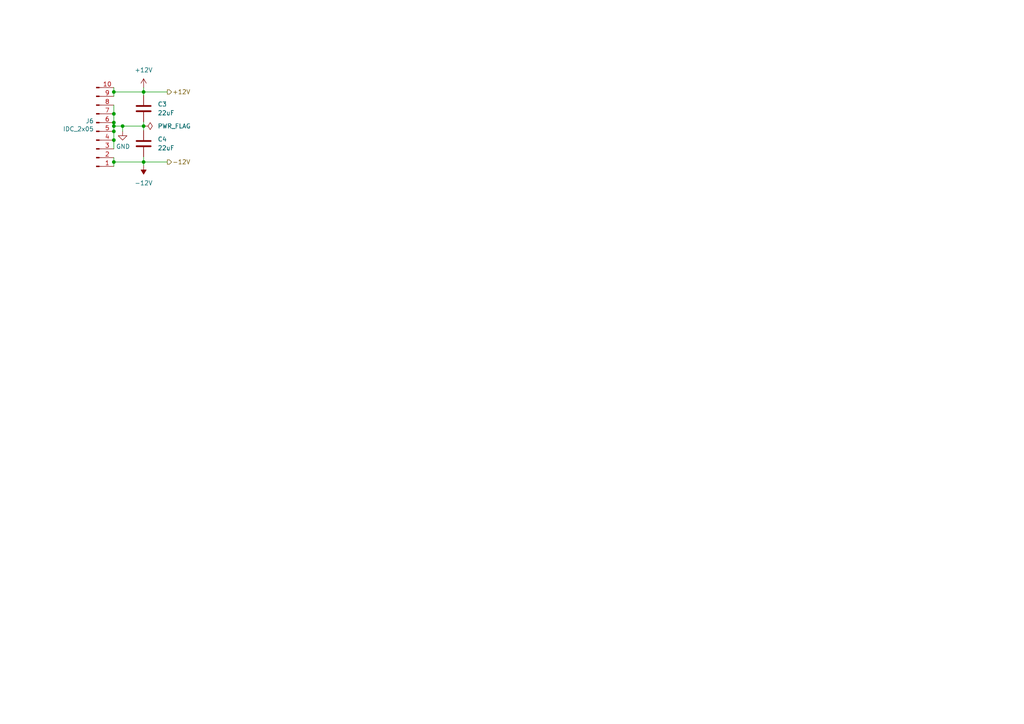
<source format=kicad_sch>
(kicad_sch (version 20211123) (generator eeschema)
  (paper "A4")
  (lib_symbols
    (symbol "Connector:Conn_01x10_Male" (pin_names (offset 1.016) hide)
      (property "Reference" "J" (at 0 12.7 0))
      (property "Value" "Conn_01x10_Male" (at 0 -15.24 0))
      (symbol "Conn_01x10_Male_1_1"
        (polyline (pts (xy 1.27 -12.7) (xy 0.8636 -12.7)) (stroke (width 0.1524)))
        (polyline (pts (xy 1.27 -10.16) (xy 0.8636 -10.16)) (stroke (width 0.1524)))
        (polyline (pts (xy 1.27 -7.62) (xy 0.8636 -7.62)) (stroke (width 0.1524)))
        (polyline (pts (xy 1.27 -5.08) (xy 0.8636 -5.08)) (stroke (width 0.1524)))
        (polyline (pts (xy 1.27 -2.54) (xy 0.8636 -2.54)) (stroke (width 0.1524)))
        (polyline (pts (xy 1.27 0) (xy 0.8636 0)) (stroke (width 0.1524)))
        (polyline (pts (xy 1.27 2.54) (xy 0.8636 2.54)) (stroke (width 0.1524)))
        (polyline (pts (xy 1.27 5.08) (xy 0.8636 5.08)) (stroke (width 0.1524)))
        (polyline (pts (xy 1.27 7.62) (xy 0.8636 7.62)) (stroke (width 0.1524)))
        (polyline (pts (xy 1.27 10.16) (xy 0.8636 10.16)) (stroke (width 0.1524)))
        (rectangle (start 0.8636 -12.573) (end 0 -12.827) (stroke (width 0.1524)) (fill (type outline)))
        (rectangle (start 0.8636 -10.033) (end 0 -10.287) (stroke (width 0.1524)) (fill (type outline)))
        (rectangle (start 0.8636 -7.493) (end 0 -7.747) (stroke (width 0.1524)) (fill (type outline)))
        (rectangle (start 0.8636 -4.953) (end 0 -5.207) (stroke (width 0.1524)) (fill (type outline)))
        (rectangle (start 0.8636 -2.413) (end 0 -2.667) (stroke (width 0.1524)) (fill (type outline)))
        (rectangle (start 0.8636 0.127) (end 0 -0.127) (stroke (width 0.1524)) (fill (type outline)))
        (rectangle (start 0.8636 2.667) (end 0 2.413) (stroke (width 0.1524)) (fill (type outline)))
        (rectangle (start 0.8636 5.207) (end 0 4.953) (stroke (width 0.1524)) (fill (type outline)))
        (rectangle (start 0.8636 7.747) (end 0 7.493) (stroke (width 0.1524)) (fill (type outline)))
        (rectangle (start 0.8636 10.287) (end 0 10.033) (stroke (width 0.1524)) (fill (type outline)))
        (pin passive line (at 5.08 10.16 180) (length 3.81) (name "Pin_1") (number "1"))
        (pin passive line (at 5.08 -12.7 180) (length 3.81) (name "Pin_10") (number "10"))
        (pin passive line (at 5.08 7.62 180) (length 3.81) (name "Pin_2") (number "2"))
        (pin passive line (at 5.08 5.08 180) (length 3.81) (name "Pin_3") (number "3"))
        (pin passive line (at 5.08 2.54 180) (length 3.81) (name "Pin_4") (number "4"))
        (pin passive line (at 5.08 0 180) (length 3.81) (name "Pin_5") (number "5"))
        (pin passive line (at 5.08 -2.54 180) (length 3.81) (name "Pin_6") (number "6"))
        (pin passive line (at 5.08 -5.08 180) (length 3.81) (name "Pin_7") (number "7"))
        (pin passive line (at 5.08 -7.62 180) (length 3.81) (name "Pin_8") (number "8"))
        (pin passive line (at 5.08 -10.16 180) (length 3.81) (name "Pin_9") (number "9"))
      )
    )
    (symbol "Device:C" (pin_numbers hide) (pin_names (offset 0.254))
      (property "Reference" "C" (at 0.635 2.54 0))
      (property "Value" "C" (at 0.635 -2.54 0))
      (symbol "C_0_1"
        (polyline (pts (xy -2.032 -0.762) (xy 2.032 -0.762)) (stroke (width 0.508)))
        (polyline (pts (xy -2.032 0.762) (xy 2.032 0.762)) (stroke (width 0.508)))
      )
      (symbol "C_1_1"
        (pin passive line (at 0 3.81 270) (length 2.794) (name "~") (number "1"))
        (pin passive line (at 0 -3.81 90) (length 2.794) (name "~") (number "2"))
      )
    )
    (symbol "power:+12V" (power) (pin_names (offset 0))
      (property "Value" "+12V" (at 0 3.556 0))
      (symbol "+12V_0_1"
        (polyline (pts (xy -0.762 1.27) (xy 0 2.54)))
        (polyline (pts (xy 0 0) (xy 0 2.54)))
        (polyline (pts (xy 0 2.54) (xy 0.762 1.27)))
      )
      (symbol "+12V_1_1"
        (pin power_in line (at 0 0 90) (length 0) hide (name "+12V") (number "1"))
      )
    )
    (symbol "power:-12V" (power) (pin_names (offset 0))
      (property "Value" "-12V" (at 0 3.81 0))
      (symbol "-12V_0_0"
        (pin power_in line (at 0 0 90) (length 0) hide (name "-12V") (number "1"))
      )
      (symbol "-12V_0_1"
        (polyline (pts (xy 0 0) (xy 0 1.27) (xy 0.762 1.27) (xy 0 2.54) (xy -0.762 1.27) (xy 0 1.27)) (fill (type outline)))
      )
    )
    (symbol "power:GND" (power) (pin_names (offset 0))
      (property "Value" "GND" (at 0 -3.81 0))
      (symbol "GND_0_1"
        (polyline (pts (xy 0 0) (xy 0 -1.27) (xy 1.27 -1.27) (xy 0 -2.54) (xy -1.27 -1.27) (xy 0 -1.27)))
      )
      (symbol "GND_1_1"
        (pin power_in line (at 0 0 270) (length 0) hide (name "GND") (number "1"))
      )
    )
    (symbol "power:PWR_FLAG" (power) (pin_numbers hide) (pin_names (offset 0) hide)
      (property "Value" "PWR_FLAG" (at 0 3.81 0))
      (symbol "PWR_FLAG_0_0"
        (pin power_out line (at 0 0 90) (length 0) (name "pwr") (number "1"))
      )
      (symbol "PWR_FLAG_0_1"
        (polyline (pts (xy 0 0) (xy 0 1.27) (xy -1.016 1.905) (xy 0 2.54) (xy 1.016 1.905) (xy 0 1.27)))
      )
    )
  )
  (junction (at 41.656 26.67))
  (junction (at 33.02 35.56))
  (junction (at 35.56 36.576))
  (junction (at 33.02 38.1))
  (junction (at 41.656 46.99))
  (junction (at 41.656 36.576))
  (junction (at 33.02 33.02))
  (junction (at 33.02 40.64))
  (junction (at 33.02 26.67))
  (junction (at 33.02 46.99))
  (junction (at 33.02 36.576))
  (wire (pts (xy 33.02 26.67) (xy 41.656 26.67)))
  (wire (pts (xy 41.656 26.67) (xy 48.514 26.67)))
  (wire (pts (xy 41.656 36.576) (xy 41.656 37.846)))
  (wire (pts (xy 35.56 36.576) (xy 35.56 38.1)))
  (wire (pts (xy 33.02 36.576) (xy 35.56 36.576)))
  (wire (pts (xy 35.56 36.576) (xy 41.656 36.576)))
  (wire (pts (xy 41.656 46.99) (xy 48.514 46.99)))
  (wire (pts (xy 41.656 26.67) (xy 41.656 27.686)))
  (wire (pts (xy 33.02 26.67) (xy 33.02 27.94)))
  (wire (pts (xy 33.02 36.576) (xy 33.02 38.1)))
  (wire (pts (xy 33.02 45.72) (xy 33.02 46.99)))
  (wire (pts (xy 33.02 38.1) (xy 33.02 40.64)))
  (wire (pts (xy 41.656 25.4) (xy 41.656 26.67)))
  (wire (pts (xy 33.02 40.64) (xy 33.02 43.18)))
  (wire (pts (xy 33.02 25.4) (xy 33.02 26.67)))
  (wire (pts (xy 41.656 35.306) (xy 41.656 36.576)))
  (wire (pts (xy 41.656 45.466) (xy 41.656 46.99)))
  (wire (pts (xy 33.02 46.99) (xy 33.02 48.26)))
  (wire (pts (xy 33.02 36.576) (xy 33.02 35.56)))
  (wire (pts (xy 33.02 30.48) (xy 33.02 33.02)))
  (wire (pts (xy 41.656 46.99) (xy 41.656 48.006)))
  (wire (pts (xy 33.02 46.99) (xy 41.656 46.99)))
  (wire (pts (xy 33.02 33.02) (xy 33.02 35.56)))
  (hierarchical_label "+12V" (shape output) (at 48.514 26.67 0))
  (hierarchical_label "-12V" (shape output) (at 48.514 46.99 0))
  (symbol (lib_id "Device:C") (at 41.656 31.496 0) (unit 1)
    (property "Reference" "C3" (at 45.72 30.2259 0) (effects (justify left)))
    (property "Value" "22uF" (at 45.72 32.7659 0) (effects (justify left)))
    (property "Footprint" "Capacitor_SMD:C_0805_2012Metric_Pad1.18x1.45mm_HandSolder" (effects hide))
    (property "Manufacturers Name" "Murata Electronics " (effects hide))
    (property "Manufacturers Part Number" "GRM21BR61E226ME44L " (effects hide))
  )
  (symbol (lib_id "power:GND") (at 35.56 38.1 0) (unit 1)
    (property "Reference" "#PWR02" (effects hide))
    (property "Value" "GND" (at 35.687 42.4942 0))
  )
  (symbol (lib_id "Connector:Conn_01x10_Male") (at 27.94 38.1 0) (mirror x) (unit 1)
    (property "Reference" "J6" (at 27.2288 35.1028 0) (effects (justify right)))
    (property "Value" "IDC_2x05" (at 27.2288 37.4142 0) (effects (justify right)))
    (property "Footprint" "Connector_IDC:IDC-Header_2x05_P2.54mm_Vertical" (effects hide))
    (property "Type" "Thru-hole" (effects hide))
    (property "LCSC Part #" "C706914" (effects hide))
    (property "Manufacturers Name" "XKB Connectivity " (effects hide))
    (property "Manufacturers Part Number" "X9555WV-2X05-6TV01" (effects hide))
    (property "Mfg #" "X9555WV-2X05-6TV01" (effects hide))
    (property "Package" "Straight,P=2.54mm" (effects hide))
    (property "Part Description" "IDC Connector 2x05 2.54mm Pitch Straight" (effects hide))
  )
  (symbol (lib_id "power:+12V") (at 41.656 25.4 0) (unit 1)
    (property "Reference" "#PWR03" (effects hide))
    (property "Value" "+12V" (at 41.656 20.32 0))
  )
  (symbol (lib_id "power:PWR_FLAG") (at 41.656 36.576 270) (unit 1)
    (property "Reference" "#FLG01" (effects hide))
    (property "Value" "PWR_FLAG" (at 45.72 36.5759 90) (effects (justify left)))
  )
  (symbol (lib_id "power:-12V") (at 41.656 48.006 180) (unit 1)
    (property "Reference" "#PWR04" (effects hide))
    (property "Value" "-12V" (at 41.656 53.086 0))
  )
  (symbol (lib_id "Device:C") (at 41.656 41.656 0) (unit 1)
    (property "Reference" "C4" (at 45.72 40.3859 0) (effects (justify left)))
    (property "Value" "22uF" (at 45.72 42.9259 0) (effects (justify left)))
    (property "Footprint" "Capacitor_SMD:C_0805_2012Metric_Pad1.18x1.45mm_HandSolder" (effects hide))
    (property "Manufacturers Name" "Murata Electronics " (effects hide))
    (property "Manufacturers Part Number" "GRM21BR61E226ME44L " (effects hide))
  )
)
</source>
